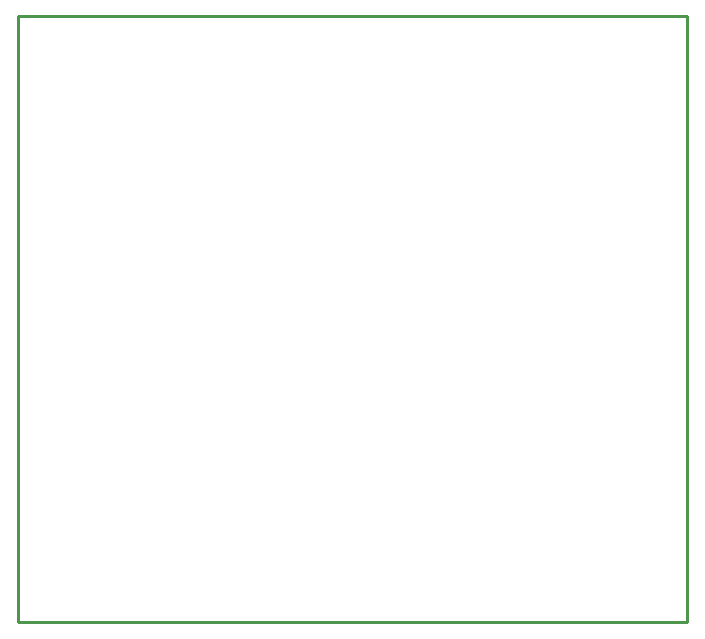
<source format=gko>
G04 Layer: BoardOutlineLayer*
G04 EasyEDA v6.5.22, 2023-04-12 12:18:29*
G04 Gerber Generator version 0.2*
G04 Scale: 100 percent, Rotated: No, Reflected: No *
G04 Dimensions in millimeters *
G04 leading zeros omitted , absolute positions ,4 integer and 5 decimal *
%FSLAX45Y45*%
%MOMM*%

%ADD10C,0.2540*%
D10*
X2540000Y9677400D02*
G01*
X2527300Y9677400D01*
X2527300Y4546600D01*
X8191500Y4546600D01*
X8191500Y9677400D01*
X2540000Y9677400D01*

%LPD*%
M02*

</source>
